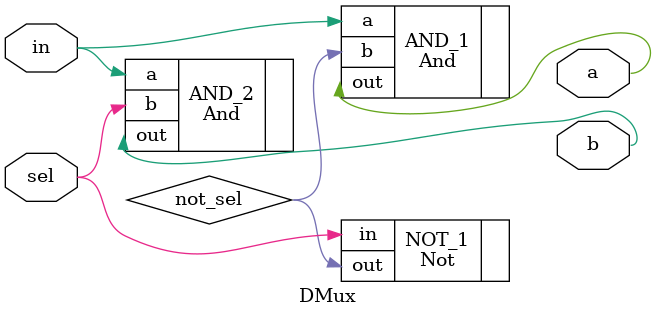
<source format=v>
/**
 * Demultiplexor:
 * {a, b} = {in, 0} if sel == 0
 *          {0, in} if sel == 1
 */

 
module DMux(
	input in,
	input sel,
    output a,
	output b
);

	wire not_sel;
	wire x; wire y;

	Not NOT_1(.in(sel), .out(not_sel));
	And AND_1(.a(in), .b(not_sel), .out(a));
	And AND_2(.a(in), .b(sel), .out(b));

endmodule

</source>
